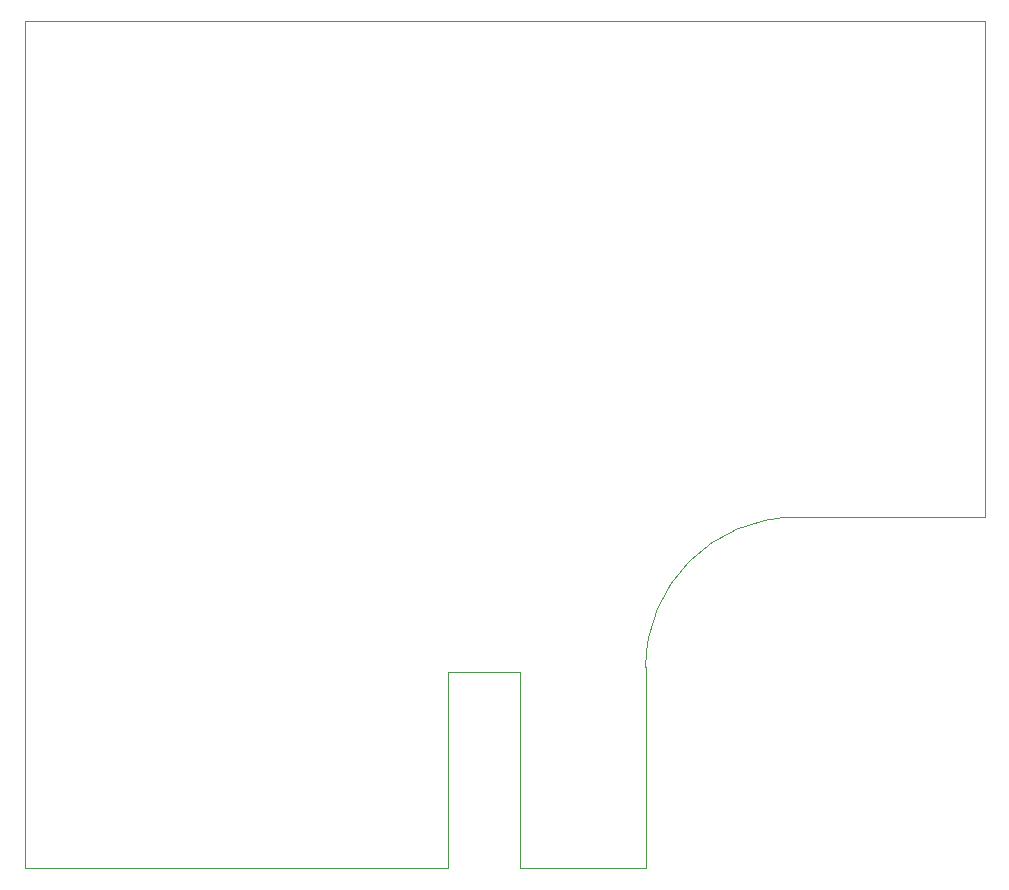
<source format=gm1>
G04 Layer_Color=16711935*
%FSLAX44Y44*%
%MOMM*%
G71*
G01*
G75*
%ADD141C,0.1000*%
D141*
X906780Y381000D02*
G03*
X779780Y254000I0J-127000D01*
G01*
X906780Y381000D02*
X1066800D01*
Y801000D01*
X254000D02*
X1066800D01*
X254000Y83820D02*
Y801000D01*
X779780Y83820D02*
Y254000D01*
X673800Y83820D02*
X779780D01*
X673800D02*
Y250000D01*
X612800D02*
X673800D01*
X254000Y83820D02*
X612800D01*
Y250000D01*
M02*

</source>
